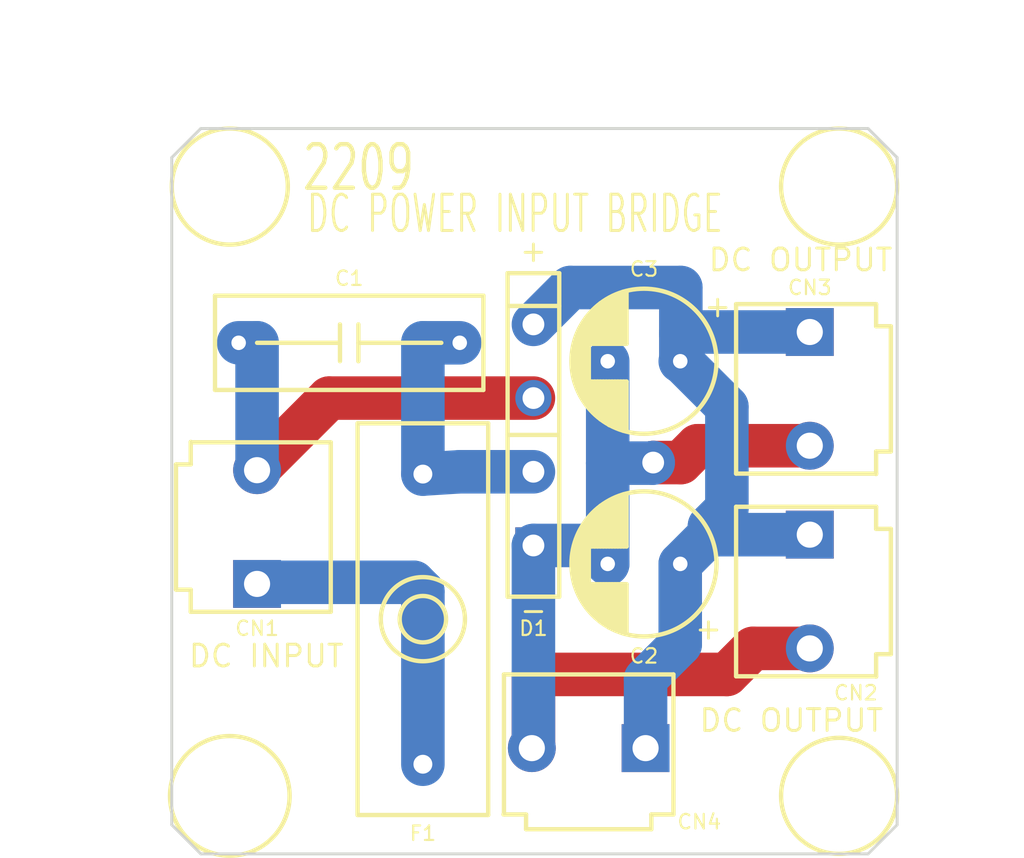
<source format=kicad_pcb>
(kicad_pcb (version 20171130) (host pcbnew "(5.1.10)-1")

  (general
    (thickness 1.6)
    (drawings 41)
    (tracks 46)
    (zones 0)
    (modules 13)
    (nets 6)
  )

  (page A4)
  (title_block
    (title "2209 DC POWER INPUT BRIDGE")
    (rev 0)
    (comment 1 "designed by hamayan.")
  )

  (layers
    (0 F.Cu signal)
    (31 B.Cu signal)
    (32 B.Adhes user hide)
    (33 F.Adhes user hide)
    (34 B.Paste user hide)
    (35 F.Paste user hide)
    (36 B.SilkS user)
    (37 F.SilkS user)
    (38 B.Mask user)
    (39 F.Mask user)
    (40 Dwgs.User user)
    (41 Cmts.User user)
    (42 Eco1.User user hide)
    (43 Eco2.User user hide)
    (44 Edge.Cuts user)
    (45 Margin user hide)
    (46 B.CrtYd user hide)
    (47 F.CrtYd user hide)
    (48 B.Fab user hide)
    (49 F.Fab user hide)
  )

  (setup
    (last_trace_width 0.25)
    (user_trace_width 1)
    (user_trace_width 1.6)
    (user_trace_width 2)
    (user_trace_width 3)
    (trace_clearance 0.2)
    (zone_clearance 0.508)
    (zone_45_only no)
    (trace_min 0.2)
    (via_size 0.6)
    (via_drill 0.3)
    (via_min_size 0.4)
    (via_min_drill 0.3)
    (user_via 1.4 0.8)
    (user_via 1.6 1)
    (user_via 3 1.5)
    (uvia_size 0.3)
    (uvia_drill 0.1)
    (uvias_allowed no)
    (uvia_min_size 0.2)
    (uvia_min_drill 0.1)
    (edge_width 0.2)
    (segment_width 0.2)
    (pcb_text_width 0.3)
    (pcb_text_size 1.5 1.5)
    (mod_edge_width 0.3)
    (mod_text_size 1 1)
    (mod_text_width 0.2)
    (pad_size 1.524 1.524)
    (pad_drill 0.762)
    (pad_to_mask_clearance 0)
    (aux_axis_origin 0 0)
    (visible_elements 7FFFFFFF)
    (pcbplotparams
      (layerselection 0x010e0_ffffffff)
      (usegerberextensions false)
      (usegerberattributes true)
      (usegerberadvancedattributes true)
      (creategerberjobfile false)
      (excludeedgelayer true)
      (linewidth 0.100000)
      (plotframeref false)
      (viasonmask true)
      (mode 1)
      (useauxorigin false)
      (hpglpennumber 1)
      (hpglpenspeed 20)
      (hpglpendiameter 15.000000)
      (psnegative false)
      (psa4output false)
      (plotreference true)
      (plotvalue true)
      (plotinvisibletext false)
      (padsonsilk false)
      (subtractmaskfromsilk false)
      (outputformat 1)
      (mirror false)
      (drillshape 0)
      (scaleselection 1)
      (outputdirectory "gerber/"))
  )

  (net 0 "")
  (net 1 "Net-(C1-Pad1)")
  (net 2 "Net-(C1-Pad2)")
  (net 3 "Net-(C2-Pad1)")
  (net 4 "Net-(C2-Pad2)")
  (net 5 "Net-(CN1-Pad1)")

  (net_class Default "This is the default net class."
    (clearance 0.2)
    (trace_width 0.25)
    (via_dia 0.6)
    (via_drill 0.3)
    (uvia_dia 0.3)
    (uvia_drill 0.1)
    (add_net "Net-(C1-Pad1)")
    (add_net "Net-(C1-Pad2)")
    (add_net "Net-(C2-Pad1)")
    (add_net "Net-(C2-Pad2)")
    (add_net "Net-(CN1-Pad1)")
  )

  (module MountingHole:MountingHole_3.5mm (layer F.Cu) (tedit 56D1B4CB) (tstamp 630C20D1)
    (at 54 96)
    (descr "Mounting Hole 3.5mm, no annular")
    (tags "mounting hole 3.5mm no annular")
    (attr virtual)
    (fp_text reference REF** (at 0 -4.5) (layer F.SilkS) hide
      (effects (font (size 1 1) (thickness 0.15)))
    )
    (fp_text value MountingHole_3.5mm (at 0 4.5) (layer F.Fab)
      (effects (font (size 1 1) (thickness 0.15)))
    )
    (fp_circle (center 0 0) (end 3.75 0) (layer F.CrtYd) (width 0.05))
    (fp_circle (center 0 0) (end 3.5 0) (layer Cmts.User) (width 0.15))
    (fp_text user %R (at 0.3 0) (layer F.Fab)
      (effects (font (size 1 1) (thickness 0.15)))
    )
    (pad 1 np_thru_hole circle (at 0 0) (size 3.5 3.5) (drill 3.5) (layers *.Cu *.Mask))
  )

  (module MountingHole:MountingHole_3.5mm (layer F.Cu) (tedit 56D1B4CB) (tstamp 630C20AD)
    (at 96 96)
    (descr "Mounting Hole 3.5mm, no annular")
    (tags "mounting hole 3.5mm no annular")
    (attr virtual)
    (fp_text reference REF** (at 0 -4.5) (layer F.SilkS) hide
      (effects (font (size 1 1) (thickness 0.15)))
    )
    (fp_text value MountingHole_3.5mm (at 0 4.5) (layer F.Fab)
      (effects (font (size 1 1) (thickness 0.15)))
    )
    (fp_circle (center 0 0) (end 3.75 0) (layer F.CrtYd) (width 0.05))
    (fp_circle (center 0 0) (end 3.5 0) (layer Cmts.User) (width 0.15))
    (fp_text user %R (at 0.3 0) (layer F.Fab)
      (effects (font (size 1 1) (thickness 0.15)))
    )
    (pad 1 np_thru_hole circle (at 0 0) (size 3.5 3.5) (drill 3.5) (layers *.Cu *.Mask))
  )

  (module MountingHole:MountingHole_3.5mm (layer F.Cu) (tedit 56D1B4CB) (tstamp 630C2089)
    (at 96 54)
    (descr "Mounting Hole 3.5mm, no annular")
    (tags "mounting hole 3.5mm no annular")
    (attr virtual)
    (fp_text reference REF** (at 0 -4.5) (layer F.SilkS) hide
      (effects (font (size 1 1) (thickness 0.15)))
    )
    (fp_text value MountingHole_3.5mm (at 0 4.5) (layer F.Fab)
      (effects (font (size 1 1) (thickness 0.15)))
    )
    (fp_circle (center 0 0) (end 3.75 0) (layer F.CrtYd) (width 0.05))
    (fp_circle (center 0 0) (end 3.5 0) (layer Cmts.User) (width 0.15))
    (fp_text user %R (at 0.3 0) (layer F.Fab)
      (effects (font (size 1 1) (thickness 0.15)))
    )
    (pad 1 np_thru_hole circle (at 0 0) (size 3.5 3.5) (drill 3.5) (layers *.Cu *.Mask))
  )

  (module MountingHole:MountingHole_3.5mm (layer F.Cu) (tedit 56D1B4CB) (tstamp 630C2065)
    (at 54 54)
    (descr "Mounting Hole 3.5mm, no annular")
    (tags "mounting hole 3.5mm no annular")
    (attr virtual)
    (fp_text reference REF** (at 0 -4.5) (layer F.SilkS) hide
      (effects (font (size 1 1) (thickness 0.15)))
    )
    (fp_text value MountingHole_3.5mm (at 0 4.5) (layer F.Fab)
      (effects (font (size 1 1) (thickness 0.15)))
    )
    (fp_circle (center 0 0) (end 3.75 0) (layer F.CrtYd) (width 0.05))
    (fp_circle (center 0 0) (end 3.5 0) (layer Cmts.User) (width 0.15))
    (fp_text user %R (at 0.3 0) (layer F.Fab)
      (effects (font (size 1 1) (thickness 0.15)))
    )
    (pad 1 np_thru_hole circle (at 0 0) (size 3.5 3.5) (drill 3.5) (layers *.Cu *.Mask))
  )

  (module footprint:C_TH_15R24 (layer F.Cu) (tedit 58FE9E40) (tstamp 630C226E)
    (at 62.23 64.77 180)
    (path /630C1E68)
    (fp_text reference C1 (at 0 4.445) (layer F.SilkS)
      (effects (font (size 1 1) (thickness 0.15)))
    )
    (fp_text value QXL2E104KTPT (at 0 5.08) (layer F.Fab)
      (effects (font (size 1 1) (thickness 0.15)))
    )
    (fp_line (start -9.25 -3.25) (end -9.25 3.25) (layer F.SilkS) (width 0.3))
    (fp_line (start -9.25 3.25) (end 9.25 3.25) (layer F.SilkS) (width 0.3))
    (fp_line (start 9.25 3.25) (end 9.25 -3.25) (layer F.SilkS) (width 0.3))
    (fp_line (start 9.25 -3.25) (end -9.25 -3.25) (layer F.SilkS) (width 0.3))
    (fp_line (start -0.635 0) (end -6.35 0) (layer F.SilkS) (width 0.3))
    (fp_line (start 0.635 0) (end 6.35 0) (layer F.SilkS) (width 0.3))
    (fp_line (start 0.635 -1.27) (end 0.635 1.27) (layer F.SilkS) (width 0.3))
    (fp_line (start -0.635 -1.27) (end -0.635 1.27) (layer F.SilkS) (width 0.3))
    (pad 1 thru_hole circle (at -7.62 0 180) (size 1.6 1.6) (drill 1) (layers *.Cu *.Mask)
      (net 1 "Net-(C1-Pad1)"))
    (pad 2 thru_hole circle (at 7.62 0 180) (size 1.6 1.6) (drill 1) (layers *.Cu *.Mask)
      (net 2 "Net-(C1-Pad2)"))
  )

  (module footprint:CP_Radial_D10.0mm_P5.00mm (layer F.Cu) (tedit 5B7CB219) (tstamp 630C3761)
    (at 82.55 80.01 180)
    (descr "CP, Radial series, Radial, pin pitch=3.80mm, , diameter=8mm, Electrolytic Capacitor")
    (tags "CP Radial series Radial pin pitch 3.80mm  diameter 8mm Electrolytic Capacitor")
    (path /630C6AE6)
    (fp_text reference C2 (at 0 -6.35) (layer F.SilkS)
      (effects (font (size 1 1) (thickness 0.15)))
    )
    (fp_text value 10uF/250V (at 0 6.35) (layer F.Fab)
      (effects (font (size 1 1) (thickness 0.15)))
    )
    (fp_line (start 4.8 1.2) (end 4.8 -1.4) (layer F.SilkS) (width 0.3))
    (fp_line (start 4.6 1.8) (end 4.6 -1.8) (layer F.SilkS) (width 0.3))
    (fp_line (start 4.4 -2.2) (end 4.4 2.2) (layer F.SilkS) (width 0.3))
    (fp_line (start 4.2 2.6) (end 4.2 -2.6) (layer F.SilkS) (width 0.3))
    (fp_line (start 4 -3) (end 4 3) (layer F.SilkS) (width 0.3))
    (fp_line (start 3.8 -1.4) (end 3.8 -3.2) (layer F.SilkS) (width 0.3))
    (fp_line (start 3.6 -1.4) (end 3.6 -3.4) (layer F.SilkS) (width 0.3))
    (fp_line (start 3.4 -1.4) (end 3.4 -3.6) (layer F.SilkS) (width 0.3))
    (fp_line (start 3.2 -1.4) (end 3.2 -3.8) (layer F.SilkS) (width 0.3))
    (fp_line (start 3 -1.4) (end 3 -4) (layer F.SilkS) (width 0.3))
    (fp_line (start 2.8 -1.4) (end 2.8 -4) (layer F.SilkS) (width 0.3))
    (fp_line (start 2.6 -1.4) (end 2.6 -4.2) (layer F.SilkS) (width 0.3))
    (fp_line (start 2.4 -1.4) (end 2.4 -4.4) (layer F.SilkS) (width 0.3))
    (fp_line (start 2.2 -1.4) (end 2.2 -4.4) (layer F.SilkS) (width 0.3))
    (fp_line (start 2 -1.4) (end 2 -4.4) (layer F.SilkS) (width 0.3))
    (fp_line (start 1.8 -1.4) (end 1.8 -4.6) (layer F.SilkS) (width 0.3))
    (fp_line (start 1.6 -1.4) (end 1.6 -4.6) (layer F.SilkS) (width 0.3))
    (fp_line (start 1.4 -1.4) (end 1.4 -4.8) (layer F.SilkS) (width 0.3))
    (fp_line (start 1.2 -1.4) (end 1.2 -4.8) (layer F.SilkS) (width 0.3))
    (fp_line (start 3.8 1.2) (end 3.8 3.2) (layer F.SilkS) (width 0.3))
    (fp_line (start 3.6 1.2) (end 3.6 3.4) (layer F.SilkS) (width 0.3))
    (fp_line (start 3.4 1.2) (end 3.4 3.6) (layer F.SilkS) (width 0.3))
    (fp_line (start 3.2 1.2) (end 3.2 3.8) (layer F.SilkS) (width 0.3))
    (fp_line (start 3 1.2) (end 3 4) (layer F.SilkS) (width 0.3))
    (fp_line (start 2.8 1.2) (end 2.8 4) (layer F.SilkS) (width 0.3))
    (fp_line (start 2.6 1.2) (end 2.6 4.2) (layer F.SilkS) (width 0.3))
    (fp_line (start 2.4 1.2) (end 2.4 4.2) (layer F.SilkS) (width 0.3))
    (fp_line (start 2.2 1.2) (end 2.2 4.4) (layer F.SilkS) (width 0.3))
    (fp_line (start 2 1.2) (end 2 4.4) (layer F.SilkS) (width 0.3))
    (fp_line (start 1.8 1.2) (end 1.8 4.6) (layer F.SilkS) (width 0.3))
    (fp_line (start 1.6 1.2) (end 1.6 4.6) (layer F.SilkS) (width 0.3))
    (fp_line (start 1.4 1.2) (end 1.4 4.8) (layer F.SilkS) (width 0.3))
    (fp_line (start 1.2 -1.4) (end 3.8 -1.4) (layer F.SilkS) (width 0.3))
    (fp_line (start 3.8 -1.4) (end 3.8 1.2) (layer F.SilkS) (width 0.3))
    (fp_line (start 3.8 1.2) (end 1.2 1.2) (layer F.SilkS) (width 0.3))
    (fp_line (start 1.2 1.2) (end 1.2 4.8) (layer F.SilkS) (width 0.3))
    (fp_circle (center 0 0) (end 5 0) (layer F.SilkS) (width 0.3))
    (pad 1 thru_hole circle (at -2.5 0 180) (size 1.6 1.6) (drill 1) (layers *.Cu *.Mask)
      (net 3 "Net-(C2-Pad1)"))
    (pad 2 thru_hole circle (at 2.5 0 180) (size 1.6 1.6) (drill 1) (layers *.Cu *.Mask)
      (net 4 "Net-(C2-Pad2)"))
    (model Capacitors_THT.3dshapes/CP_Radial_D8.0mm_P3.80mm.wrl
      (at (xyz 0 0 0))
      (scale (xyz 0.393701 0.393701 0.393701))
      (rotate (xyz 0 0 0))
    )
    (model ${KISYS3DMOD}/Capacitors_THT.3dshapes/CP_Radial_D10.0mm_P5.00mm.wrl
      (offset (xyz -2.499359962463379 0 0))
      (scale (xyz 1 1 1))
      (rotate (xyz 0 0 0))
    )
  )

  (module footprint:CP_Radial_D10.0mm_P5.00mm (layer F.Cu) (tedit 5B7CB219) (tstamp 630C22C4)
    (at 82.55 66.04 180)
    (descr "CP, Radial series, Radial, pin pitch=3.80mm, , diameter=8mm, Electrolytic Capacitor")
    (tags "CP Radial series Radial pin pitch 3.80mm  diameter 8mm Electrolytic Capacitor")
    (path /630C791D)
    (fp_text reference C3 (at 0 6.35) (layer F.SilkS)
      (effects (font (size 1 1) (thickness 0.15)))
    )
    (fp_text value 10uF/250V (at 0 6.35) (layer F.Fab)
      (effects (font (size 1 1) (thickness 0.15)))
    )
    (fp_circle (center 0 0) (end 5 0) (layer F.SilkS) (width 0.3))
    (fp_line (start 1.2 1.2) (end 1.2 4.8) (layer F.SilkS) (width 0.3))
    (fp_line (start 3.8 1.2) (end 1.2 1.2) (layer F.SilkS) (width 0.3))
    (fp_line (start 3.8 -1.4) (end 3.8 1.2) (layer F.SilkS) (width 0.3))
    (fp_line (start 1.2 -1.4) (end 3.8 -1.4) (layer F.SilkS) (width 0.3))
    (fp_line (start 1.4 1.2) (end 1.4 4.8) (layer F.SilkS) (width 0.3))
    (fp_line (start 1.6 1.2) (end 1.6 4.6) (layer F.SilkS) (width 0.3))
    (fp_line (start 1.8 1.2) (end 1.8 4.6) (layer F.SilkS) (width 0.3))
    (fp_line (start 2 1.2) (end 2 4.4) (layer F.SilkS) (width 0.3))
    (fp_line (start 2.2 1.2) (end 2.2 4.4) (layer F.SilkS) (width 0.3))
    (fp_line (start 2.4 1.2) (end 2.4 4.2) (layer F.SilkS) (width 0.3))
    (fp_line (start 2.6 1.2) (end 2.6 4.2) (layer F.SilkS) (width 0.3))
    (fp_line (start 2.8 1.2) (end 2.8 4) (layer F.SilkS) (width 0.3))
    (fp_line (start 3 1.2) (end 3 4) (layer F.SilkS) (width 0.3))
    (fp_line (start 3.2 1.2) (end 3.2 3.8) (layer F.SilkS) (width 0.3))
    (fp_line (start 3.4 1.2) (end 3.4 3.6) (layer F.SilkS) (width 0.3))
    (fp_line (start 3.6 1.2) (end 3.6 3.4) (layer F.SilkS) (width 0.3))
    (fp_line (start 3.8 1.2) (end 3.8 3.2) (layer F.SilkS) (width 0.3))
    (fp_line (start 1.2 -1.4) (end 1.2 -4.8) (layer F.SilkS) (width 0.3))
    (fp_line (start 1.4 -1.4) (end 1.4 -4.8) (layer F.SilkS) (width 0.3))
    (fp_line (start 1.6 -1.4) (end 1.6 -4.6) (layer F.SilkS) (width 0.3))
    (fp_line (start 1.8 -1.4) (end 1.8 -4.6) (layer F.SilkS) (width 0.3))
    (fp_line (start 2 -1.4) (end 2 -4.4) (layer F.SilkS) (width 0.3))
    (fp_line (start 2.2 -1.4) (end 2.2 -4.4) (layer F.SilkS) (width 0.3))
    (fp_line (start 2.4 -1.4) (end 2.4 -4.4) (layer F.SilkS) (width 0.3))
    (fp_line (start 2.6 -1.4) (end 2.6 -4.2) (layer F.SilkS) (width 0.3))
    (fp_line (start 2.8 -1.4) (end 2.8 -4) (layer F.SilkS) (width 0.3))
    (fp_line (start 3 -1.4) (end 3 -4) (layer F.SilkS) (width 0.3))
    (fp_line (start 3.2 -1.4) (end 3.2 -3.8) (layer F.SilkS) (width 0.3))
    (fp_line (start 3.4 -1.4) (end 3.4 -3.6) (layer F.SilkS) (width 0.3))
    (fp_line (start 3.6 -1.4) (end 3.6 -3.4) (layer F.SilkS) (width 0.3))
    (fp_line (start 3.8 -1.4) (end 3.8 -3.2) (layer F.SilkS) (width 0.3))
    (fp_line (start 4 -3) (end 4 3) (layer F.SilkS) (width 0.3))
    (fp_line (start 4.2 2.6) (end 4.2 -2.6) (layer F.SilkS) (width 0.3))
    (fp_line (start 4.4 -2.2) (end 4.4 2.2) (layer F.SilkS) (width 0.3))
    (fp_line (start 4.6 1.8) (end 4.6 -1.8) (layer F.SilkS) (width 0.3))
    (fp_line (start 4.8 1.2) (end 4.8 -1.4) (layer F.SilkS) (width 0.3))
    (pad 2 thru_hole circle (at 2.5 0 180) (size 1.6 1.6) (drill 1) (layers *.Cu *.Mask)
      (net 4 "Net-(C2-Pad2)"))
    (pad 1 thru_hole circle (at -2.5 0 180) (size 1.6 1.6) (drill 1) (layers *.Cu *.Mask)
      (net 3 "Net-(C2-Pad1)"))
    (model Capacitors_THT.3dshapes/CP_Radial_D8.0mm_P3.80mm.wrl
      (at (xyz 0 0 0))
      (scale (xyz 0.393701 0.393701 0.393701))
      (rotate (xyz 0 0 0))
    )
    (model ${KISYS3DMOD}/Capacitors_THT.3dshapes/CP_Radial_D10.0mm_P5.00mm.wrl
      (offset (xyz -2.499359962463379 0 0))
      (scale (xyz 1 1 1))
      (rotate (xyz 0 0 0))
    )
  )

  (module footprint:d_GBU4J (layer F.Cu) (tedit 5D23E000) (tstamp 630C22EE)
    (at 74.93 71.12 90)
    (path /630C4290)
    (fp_text reference D1 (at -13.335 0) (layer F.SilkS)
      (effects (font (size 1 1) (thickness 0.15)))
    )
    (fp_text value GBU4J (at 0 2.54 90) (layer F.Fab)
      (effects (font (size 1 1) (thickness 0.15)))
    )
    (fp_line (start 0 -1.78) (end 0 1.78) (layer F.SilkS) (width 0.3))
    (fp_line (start 8.89 -1.78) (end 8.89 1.78) (layer F.SilkS) (width 0.3))
    (fp_line (start -11.15 -1.78) (end -11.15 1.78) (layer F.SilkS) (width 0.3))
    (fp_line (start -11.15 1.78) (end 11.15 1.78) (layer F.SilkS) (width 0.3))
    (fp_line (start 11.15 1.78) (end 11.15 -1.78) (layer F.SilkS) (width 0.3))
    (fp_line (start 11.15 -1.78) (end -11.15 -1.78) (layer F.SilkS) (width 0.3))
    (pad 1 thru_hole rect (at -7.62 0 90) (size 2.5 2.5) (drill 1.5) (layers *.Cu *.Mask)
      (net 4 "Net-(C2-Pad2)"))
    (pad 2 thru_hole circle (at -2.54 0 90) (size 2.5 2.5) (drill 1.5) (layers *.Cu *.Mask)
      (net 1 "Net-(C1-Pad1)"))
    (pad 3 thru_hole circle (at 2.54 0 90) (size 2.5 2.5) (drill 1.5) (layers *.Cu *.Mask)
      (net 2 "Net-(C1-Pad2)"))
    (pad 4 thru_hole circle (at 7.62 0 90) (size 2.5 2.5) (drill 1.5) (layers *.Cu *.Mask)
      (net 3 "Net-(C2-Pad1)"))
  )

  (module footprint:f_F-60-A (layer F.Cu) (tedit 59CB37F3) (tstamp 630C4681)
    (at 67.31 83.82 90)
    (path /630C30C5)
    (fp_text reference F1 (at -14.765 0 180) (layer F.SilkS)
      (effects (font (size 1 1) (thickness 0.15)))
    )
    (fp_text value F-60A (at 0 6.35 90) (layer F.Fab)
      (effects (font (size 1 1) (thickness 0.15)))
    )
    (fp_circle (center 0 0) (end 2.9 0) (layer F.SilkS) (width 0.3))
    (fp_circle (center 0 0) (end 1.6 0) (layer F.SilkS) (width 0.3))
    (fp_line (start -13.5 -4.5) (end -13.5 4.5) (layer F.SilkS) (width 0.3))
    (fp_line (start -13.5 4.5) (end 13.5 4.5) (layer F.SilkS) (width 0.3))
    (fp_line (start 13.5 4.5) (end 13.5 -4.5) (layer F.SilkS) (width 0.3))
    (fp_line (start 13.5 -4.5) (end -13.5 -4.5) (layer F.SilkS) (width 0.3))
    (pad 1 thru_hole circle (at -10 0 90) (size 2.3 2.3) (drill 1.3) (layers *.Cu *.Mask)
      (net 5 "Net-(CN1-Pad1)"))
    (pad 2 thru_hole circle (at 10 0 90) (size 2.3 2.3) (drill 1.3) (layers *.Cu *.Mask)
      (net 1 "Net-(C1-Pad1)"))
  )

  (module footprint:cn_B2P3-VH (layer F.Cu) (tedit 58FEB464) (tstamp 630C3150)
    (at 55.88 77.47 90)
    (path /630C91C0)
    (fp_text reference CN1 (at -6.985 0 180) (layer F.SilkS)
      (effects (font (size 1 1) (thickness 0.15)))
    )
    (fp_text value B2P3-VH (at 0 6.35 90) (layer F.Fab)
      (effects (font (size 1 1) (thickness 0.15)))
    )
    (fp_line (start -4.318 -5.588) (end -4.318 -4.572) (layer F.SilkS) (width 0.3))
    (fp_line (start -4.318 -4.572) (end -5.842 -4.572) (layer F.SilkS) (width 0.3))
    (fp_line (start -5.842 -4.572) (end -5.842 5.08) (layer F.SilkS) (width 0.3))
    (fp_line (start -5.842 5.08) (end 5.842 5.08) (layer F.SilkS) (width 0.3))
    (fp_line (start 5.842 -4.572) (end 5.842 5.08) (layer F.SilkS) (width 0.3))
    (fp_line (start 4.318 -4.572) (end 5.872 -4.572) (layer F.SilkS) (width 0.3))
    (fp_line (start 4.318 -5.588) (end 4.318 -4.572) (layer F.SilkS) (width 0.3))
    (fp_line (start 4.318 -5.588) (end -4.318 -5.588) (layer F.SilkS) (width 0.3))
    (pad 2 thru_hole circle (at 3.92 0 90) (size 3.3 3.3) (drill 1.8) (layers *.Cu *.Mask)
      (net 2 "Net-(C1-Pad2)"))
    (pad 1 thru_hole rect (at -3.92 0 90) (size 3.3 3.3) (drill 1.8) (layers *.Cu *.Mask)
      (net 5 "Net-(CN1-Pad1)"))
  )

  (module footprint:cn_B2P3-VH (layer F.Cu) (tedit 58FEB464) (tstamp 630C315E)
    (at 93.98 81.915 270)
    (path /630C8B77)
    (fp_text reference CN2 (at 6.985 -3.175 180) (layer F.SilkS)
      (effects (font (size 1 1) (thickness 0.15)))
    )
    (fp_text value B2P3-VH (at 0 6.35 90) (layer F.Fab)
      (effects (font (size 1 1) (thickness 0.15)))
    )
    (fp_line (start 4.318 -5.588) (end -4.318 -5.588) (layer F.SilkS) (width 0.3))
    (fp_line (start 4.318 -5.588) (end 4.318 -4.572) (layer F.SilkS) (width 0.3))
    (fp_line (start 4.318 -4.572) (end 5.872 -4.572) (layer F.SilkS) (width 0.3))
    (fp_line (start 5.842 -4.572) (end 5.842 5.08) (layer F.SilkS) (width 0.3))
    (fp_line (start -5.842 5.08) (end 5.842 5.08) (layer F.SilkS) (width 0.3))
    (fp_line (start -5.842 -4.572) (end -5.842 5.08) (layer F.SilkS) (width 0.3))
    (fp_line (start -4.318 -4.572) (end -5.842 -4.572) (layer F.SilkS) (width 0.3))
    (fp_line (start -4.318 -5.588) (end -4.318 -4.572) (layer F.SilkS) (width 0.3))
    (pad 1 thru_hole rect (at -3.92 0 270) (size 3.3 3.3) (drill 1.8) (layers *.Cu *.Mask)
      (net 3 "Net-(C2-Pad1)"))
    (pad 2 thru_hole circle (at 3.92 0 270) (size 3.3 3.3) (drill 1.8) (layers *.Cu *.Mask)
      (net 4 "Net-(C2-Pad2)"))
  )

  (module footprint:cn_B2P3-VH (layer F.Cu) (tedit 58FEB464) (tstamp 630C4331)
    (at 93.98 67.945 270)
    (path /630D21FB)
    (fp_text reference CN3 (at -6.985 0 180) (layer F.SilkS)
      (effects (font (size 1 1) (thickness 0.15)))
    )
    (fp_text value B2P3-VH (at 0 6.35 90) (layer F.Fab)
      (effects (font (size 1 1) (thickness 0.15)))
    )
    (fp_line (start 4.318 -5.588) (end -4.318 -5.588) (layer F.SilkS) (width 0.3))
    (fp_line (start 4.318 -5.588) (end 4.318 -4.572) (layer F.SilkS) (width 0.3))
    (fp_line (start 4.318 -4.572) (end 5.872 -4.572) (layer F.SilkS) (width 0.3))
    (fp_line (start 5.842 -4.572) (end 5.842 5.08) (layer F.SilkS) (width 0.3))
    (fp_line (start -5.842 5.08) (end 5.842 5.08) (layer F.SilkS) (width 0.3))
    (fp_line (start -5.842 -4.572) (end -5.842 5.08) (layer F.SilkS) (width 0.3))
    (fp_line (start -4.318 -4.572) (end -5.842 -4.572) (layer F.SilkS) (width 0.3))
    (fp_line (start -4.318 -5.588) (end -4.318 -4.572) (layer F.SilkS) (width 0.3))
    (pad 1 thru_hole rect (at -3.92 0 270) (size 3.3 3.3) (drill 1.8) (layers *.Cu *.Mask)
      (net 3 "Net-(C2-Pad1)"))
    (pad 2 thru_hole circle (at 3.92 0 270) (size 3.3 3.3) (drill 1.8) (layers *.Cu *.Mask)
      (net 4 "Net-(C2-Pad2)"))
  )

  (module footprint:cn_B2P3-VH (layer F.Cu) (tedit 58FEB464) (tstamp 630C4C97)
    (at 78.74 92.71 180)
    (path /630DB996)
    (fp_text reference CN4 (at -7.62 -5.08) (layer F.SilkS)
      (effects (font (size 1 1) (thickness 0.15)))
    )
    (fp_text value B2P3-VH (at 0 6.35) (layer F.Fab)
      (effects (font (size 1 1) (thickness 0.15)))
    )
    (fp_line (start 4.318 -5.588) (end -4.318 -5.588) (layer F.SilkS) (width 0.3))
    (fp_line (start 4.318 -5.588) (end 4.318 -4.572) (layer F.SilkS) (width 0.3))
    (fp_line (start 4.318 -4.572) (end 5.872 -4.572) (layer F.SilkS) (width 0.3))
    (fp_line (start 5.842 -4.572) (end 5.842 5.08) (layer F.SilkS) (width 0.3))
    (fp_line (start -5.842 5.08) (end 5.842 5.08) (layer F.SilkS) (width 0.3))
    (fp_line (start -5.842 -4.572) (end -5.842 5.08) (layer F.SilkS) (width 0.3))
    (fp_line (start -4.318 -4.572) (end -5.842 -4.572) (layer F.SilkS) (width 0.3))
    (fp_line (start -4.318 -5.588) (end -4.318 -4.572) (layer F.SilkS) (width 0.3))
    (pad 1 thru_hole rect (at -3.92 0 180) (size 3.3 3.3) (drill 1.8) (layers *.Cu *.Mask)
      (net 3 "Net-(C2-Pad1)"))
    (pad 2 thru_hole circle (at 3.92 0 180) (size 3.3 3.3) (drill 1.8) (layers *.Cu *.Mask)
      (net 4 "Net-(C2-Pad2)"))
  )

  (gr_text "DC OUTPUT" (at 93.345 59.055) (layer F.SilkS) (tstamp 631842CC)
    (effects (font (size 1.5 1.5) (thickness 0.2)))
  )
  (gr_text "DC OUTPUT" (at 92.71 90.805) (layer F.SilkS) (tstamp 631842A7)
    (effects (font (size 1.5 1.5) (thickness 0.2)))
  )
  (gr_text "DC INPUT" (at 56.515 86.36) (layer F.SilkS)
    (effects (font (size 1.5 1.5) (thickness 0.2)))
  )
  (dimension 4.472136 (width 0.1) (layer Dwgs.User)
    (gr_text 4.4 (at 105.564185 87.879239 -79.7) (layer Dwgs.User)
      (effects (font (size 1 1) (thickness 0.1)))
    )
    (feature1 (pts (xy 95.4 92) (xy 104.917761 90.269498)))
    (feature2 (pts (xy 94.6 87.6) (xy 104.117761 85.869498)))
    (crossbar (pts (xy 103.5408 85.9744) (xy 104.3408 90.3744)))
    (arrow1a (pts (xy 104.3408 90.3744) (xy 103.562323 89.370969)))
    (arrow1b (pts (xy 104.3408 90.3744) (xy 104.716247 89.161165)))
    (arrow2a (pts (xy 103.5408 85.9744) (xy 103.165353 87.187635)))
    (arrow2b (pts (xy 103.5408 85.9744) (xy 104.319277 86.977831)))
  )
  (gr_text - (at 74.93 83.185) (layer F.SilkS) (tstamp 630C4BB0)
    (effects (font (size 1.5 1.5) (thickness 0.2)))
  )
  (gr_text + (at 74.93 58.42) (layer F.SilkS) (tstamp 630C4BB0)
    (effects (font (size 1.5 1.5) (thickness 0.2)))
  )
  (gr_line (start 98 50) (end 52 50) (layer B.Mask) (width 0.5) (tstamp 630C46D1))
  (gr_line (start 100 52) (end 98 50) (layer B.Mask) (width 0.5))
  (gr_line (start 100 98) (end 100 52) (layer B.Mask) (width 0.5))
  (gr_line (start 98 100) (end 100 98) (layer B.Mask) (width 0.5))
  (gr_line (start 52 100) (end 98 100) (layer B.Mask) (width 0.5))
  (gr_line (start 50 98) (end 52 100) (layer B.Mask) (width 0.5))
  (gr_line (start 50 52) (end 50 98) (layer B.Mask) (width 0.5))
  (gr_line (start 52 50) (end 50 52) (layer B.Mask) (width 0.5))
  (gr_line (start 98 50) (end 52 50) (layer F.Mask) (width 0.5) (tstamp 630C46B4))
  (gr_line (start 100 52) (end 98 50) (layer F.Mask) (width 0.5))
  (gr_line (start 100 98) (end 100 52) (layer F.Mask) (width 0.5))
  (gr_line (start 98 100) (end 100 98) (layer F.Mask) (width 0.5))
  (gr_line (start 52 100) (end 98 100) (layer F.Mask) (width 0.5))
  (gr_line (start 50 98) (end 52 100) (layer F.Mask) (width 0.5))
  (gr_line (start 50 52) (end 50 98) (layer F.Mask) (width 0.5))
  (gr_line (start 52 50) (end 50 52) (layer F.Mask) (width 0.5))
  (gr_text "DC POWER INPUT BRIDGE" (at 73.66 55.88) (layer F.SilkS) (tstamp 630C469B)
    (effects (font (size 2.5 1.5) (thickness 0.2)))
  )
  (gr_text 2209 (at 62.865 52.705) (layer F.SilkS)
    (effects (font (size 3 2) (thickness 0.3)))
  )
  (dimension 4.445 (width 0.1) (layer Dwgs.User)
    (gr_text 4.4 (at 105.155 60.0075 90) (layer Dwgs.User)
      (effects (font (size 1 1) (thickness 0.1)))
    )
    (feature1 (pts (xy 95.885 57.785) (xy 104.091421 57.785)))
    (feature2 (pts (xy 95.885 62.23) (xy 104.091421 62.23)))
    (crossbar (pts (xy 103.505 62.23) (xy 103.505 57.785)))
    (arrow1a (pts (xy 103.505 57.785) (xy 104.091421 58.911504)))
    (arrow1b (pts (xy 103.505 57.785) (xy 102.918579 58.911504)))
    (arrow2a (pts (xy 103.505 62.23) (xy 104.091421 61.103496)))
    (arrow2b (pts (xy 103.505 62.23) (xy 102.918579 61.103496)))
  )
  (gr_text + (at 87.63 62.23) (layer F.SilkS) (tstamp 630C37E4)
    (effects (font (size 1.5 1.5) (thickness 0.2)))
  )
  (gr_text + (at 86.995 84.455) (layer F.SilkS)
    (effects (font (size 1.5 1.5) (thickness 0.2)))
  )
  (dimension 50 (width 0.1) (layer Dwgs.User)
    (gr_text 50 (at 41.35 75 90) (layer Dwgs.User)
      (effects (font (size 1 1) (thickness 0.1)))
    )
    (feature1 (pts (xy 50 50) (xy 42.413579 50)))
    (feature2 (pts (xy 50 100) (xy 42.413579 100)))
    (crossbar (pts (xy 43 100) (xy 43 50)))
    (arrow1a (pts (xy 43 50) (xy 43.586421 51.126504)))
    (arrow1b (pts (xy 43 50) (xy 42.413579 51.126504)))
    (arrow2a (pts (xy 43 100) (xy 43.586421 98.873496)))
    (arrow2b (pts (xy 43 100) (xy 42.413579 98.873496)))
  )
  (dimension 50 (width 0.1) (layer Dwgs.User)
    (gr_text 50 (at 75 41.35) (layer Dwgs.User)
      (effects (font (size 1 1) (thickness 0.1)))
    )
    (feature1 (pts (xy 50 50) (xy 50 42.413579)))
    (feature2 (pts (xy 100 50) (xy 100 42.413579)))
    (crossbar (pts (xy 100 43) (xy 50 43)))
    (arrow1a (pts (xy 50 43) (xy 51.126504 42.413579)))
    (arrow1b (pts (xy 50 43) (xy 51.126504 43.586421)))
    (arrow2a (pts (xy 100 43) (xy 98.873496 42.413579)))
    (arrow2b (pts (xy 100 43) (xy 98.873496 43.586421)))
  )
  (gr_line (start 100 98) (end 100 52) (layer Edge.Cuts) (width 0.2) (tstamp 630C323D))
  (gr_line (start 52 100) (end 98 100) (layer Edge.Cuts) (width 0.2) (tstamp 630C323C))
  (gr_line (start 50 52) (end 50 98) (layer Edge.Cuts) (width 0.2) (tstamp 630C323B))
  (gr_line (start 98 50) (end 52 50) (layer Edge.Cuts) (width 0.2) (tstamp 630C323A))
  (gr_line (start 50 98) (end 52 100) (layer Edge.Cuts) (width 0.2))
  (gr_line (start 98 100) (end 100 98) (layer Edge.Cuts) (width 0.2))
  (gr_line (start 98 50) (end 100 52) (layer Edge.Cuts) (width 0.2))
  (gr_line (start 50 52) (end 52 50) (layer Edge.Cuts) (width 0.2))
  (gr_circle (center 54 54) (end 58 54) (layer F.SilkS) (width 0.3))
  (gr_circle (center 54 96) (end 58 97) (layer F.SilkS) (width 0.3))
  (gr_circle (center 96 54) (end 100 54) (layer F.SilkS) (width 0.3))
  (gr_circle (center 96 96) (end 100 96) (layer F.SilkS) (width 0.3))

  (segment (start 69.85 73.66) (end 67.31 73.82) (width 3) (layer B.Cu) (net 1) (status 20))
  (segment (start 74.93 73.66) (end 69.85 73.66) (width 3) (layer B.Cu) (net 1) (status 10))
  (segment (start 67.31 64.77) (end 69.85 64.77) (width 3) (layer B.Cu) (net 1))
  (segment (start 67.31 73.82) (end 67.31 64.77) (width 3) (layer B.Cu) (net 1))
  (segment (start 55.88 64.77) (end 54.61 64.77) (width 3) (layer B.Cu) (net 2) (status 20))
  (segment (start 55.88 73.55) (end 55.88 64.77) (width 3) (layer B.Cu) (net 2) (status 10))
  (segment (start 60.85 68.58) (end 55.88 73.55) (width 3) (layer F.Cu) (net 2))
  (segment (start 74.93 68.58) (end 60.85 68.58) (width 3) (layer F.Cu) (net 2))
  (segment (start 74.93 63.5) (end 77.47 60.96) (width 3) (layer B.Cu) (net 3) (status 10))
  (segment (start 77.47 60.96) (end 85.09 60.96) (width 3) (layer B.Cu) (net 3))
  (segment (start 85.05 66.04) (end 85.09 66) (width 3) (layer B.Cu) (net 3) (status 30))
  (segment (start 85.2 64.025) (end 85.09 64.135) (width 3) (layer B.Cu) (net 3))
  (segment (start 85.09 64.135) (end 85.09 66) (width 3) (layer B.Cu) (net 3) (status 20))
  (segment (start 93.98 64.025) (end 85.2 64.025) (width 3) (layer B.Cu) (net 3) (status 10))
  (segment (start 85.09 60.96) (end 85.09 64.135) (width 3) (layer B.Cu) (net 3))
  (segment (start 82.66 87.94) (end 82.66 92.71) (width 3) (layer B.Cu) (net 3))
  (segment (start 85.05 85.55) (end 82.66 87.94) (width 3) (layer B.Cu) (net 3))
  (segment (start 85.05 80.01) (end 85.05 85.55) (width 3) (layer B.Cu) (net 3))
  (segment (start 87.065 77.995) (end 85.05 80.01) (width 3) (layer B.Cu) (net 3))
  (segment (start 93.98 77.995) (end 87.065 77.995) (width 3) (layer B.Cu) (net 3))
  (segment (start 88.265 69.175) (end 85.09 66) (width 3) (layer B.Cu) (net 3))
  (segment (start 88.265 76.2) (end 88.265 69.175) (width 3) (layer B.Cu) (net 3))
  (segment (start 87.065 77.4) (end 88.265 76.2) (width 3) (layer B.Cu) (net 3))
  (segment (start 87.065 77.995) (end 87.065 77.4) (width 3) (layer B.Cu) (net 3))
  (segment (start 74.93 92.6) (end 74.93 78.74) (width 3) (layer B.Cu) (net 4) (status 30))
  (segment (start 74.93 92.6) (end 74.82 92.71) (width 3) (layer B.Cu) (net 4) (status 30))
  (segment (start 88.265 87.63) (end 74.93 87.63) (width 3) (layer F.Cu) (net 4))
  (segment (start 74.93 92.6) (end 74.82 92.71) (width 3) (layer F.Cu) (net 4) (status 30))
  (segment (start 74.93 87.63) (end 74.93 92.6) (width 3) (layer F.Cu) (net 4) (status 20))
  (segment (start 80.05 73.065) (end 80.05 80.01) (width 3) (layer B.Cu) (net 4) (status 20))
  (segment (start 80.05 66.04) (end 80.05 73.065) (width 3) (layer B.Cu) (net 4) (status 10))
  (segment (start 80.01 79.97) (end 80.05 80.01) (width 3) (layer B.Cu) (net 4) (status 30))
  (segment (start 80.01 78.74) (end 80.01 79.97) (width 3) (layer B.Cu) (net 4) (status 20))
  (segment (start 74.93 78.74) (end 80.01 78.74) (width 3) (layer B.Cu) (net 4) (status 10))
  (via (at 83.185 73.025) (size 3) (drill 1.5) (layers F.Cu B.Cu) (net 4))
  (segment (start 83.145 73.065) (end 83.185 73.025) (width 3) (layer B.Cu) (net 4))
  (segment (start 80.05 73.065) (end 83.145 73.065) (width 3) (layer B.Cu) (net 4))
  (segment (start 83.185 73.025) (end 85.09 73.025) (width 3) (layer F.Cu) (net 4))
  (segment (start 86.25 71.865) (end 93.98 71.865) (width 3) (layer F.Cu) (net 4) (status 20))
  (segment (start 85.09 73.025) (end 86.25 71.865) (width 3) (layer F.Cu) (net 4))
  (segment (start 90.06 85.835) (end 88.265 87.63) (width 3) (layer F.Cu) (net 4))
  (segment (start 93.98 85.835) (end 90.06 85.835) (width 3) (layer F.Cu) (net 4))
  (segment (start 55.99 81.28) (end 55.88 81.39) (width 3) (layer B.Cu) (net 5))
  (segment (start 66.675 81.28) (end 55.99 81.28) (width 3) (layer B.Cu) (net 5))
  (segment (start 67.31 81.915) (end 66.675 81.28) (width 3) (layer B.Cu) (net 5))
  (segment (start 67.31 93.82) (end 67.31 81.915) (width 3) (layer B.Cu) (net 5))

)

</source>
